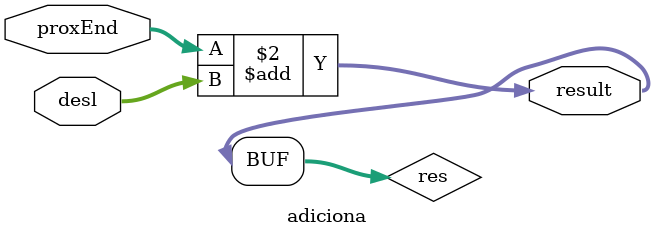
<source format=v>
module adiciona (input wire [31:0] proxEnd, input wire [31:0] desl, output wire [31:0] result);
	
	reg [31:0] res;
	
	always @ (proxEnd or desl)
		res <= proxEnd + desl;
		
	assign result = res;
	
endmodule

//modulo q soma a proxima instrucao com o resultado do deslocamento
</source>
